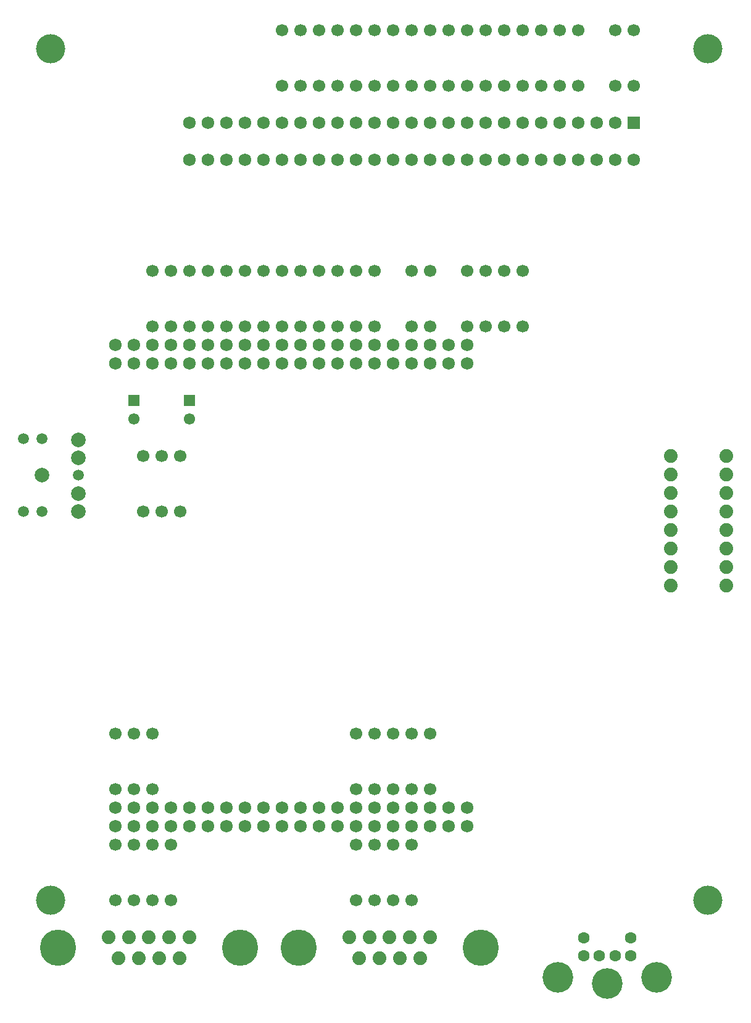
<source format=gbr>
G04 DipTrace 2.3.1.0*
%INTopMask.gbr*%
%MOIN*%
%ADD21C,0.063*%
%ADD22C,0.1575*%
%ADD27C,0.0787*%
%ADD28C,0.0591*%
%ADD41C,0.0669*%
%ADD43C,0.1953*%
%ADD45C,0.0744*%
%ADD47C,0.0744*%
%ADD49C,0.1654*%
%ADD52R,0.0679X0.0679*%
%ADD54C,0.0679*%
%ADD56C,0.061*%
%ADD58R,0.061X0.061*%
%FSLAX44Y44*%
G04*
G70*
G90*
G75*
G01*
%LNTopMask*%
%LPD*%
D58*
X10437Y36937D3*
D56*
Y35953D3*
D58*
X13437Y36937D3*
D56*
Y35953D3*
D22*
X5937Y55937D3*
X41437D3*
Y9937D3*
X5937D3*
D54*
X16437Y51937D3*
Y49937D3*
X17437D3*
Y51937D3*
X20437D3*
Y49937D3*
X21437Y51937D3*
Y49937D3*
X22437D3*
Y51937D3*
X37437Y49937D3*
X36437D3*
X35437D3*
X34437D3*
X33437D3*
X32437D3*
X31437D3*
X30437D3*
X29437D3*
X28437D3*
X27437D3*
X26437D3*
X25437D3*
X24437D3*
X23437D3*
X28437Y51937D3*
X29437D3*
X30437D3*
X31437D3*
X32437D3*
X33437D3*
X34437D3*
X35437D3*
X36437D3*
D52*
X37437D3*
D54*
X27437D3*
X26437D3*
X25437D3*
X24437D3*
X23437D3*
X19437D3*
Y49937D3*
X18437D3*
Y51937D3*
X15437D3*
Y49937D3*
X14437Y51937D3*
Y49937D3*
X13437Y51937D3*
Y49937D3*
D21*
X36437Y6937D3*
X35578D3*
X37287D3*
X34728D3*
X37287Y7921D3*
X34728D3*
D49*
X38667Y5781D3*
X36007Y5461D3*
X33348Y5781D3*
D47*
X13437Y7937D3*
D45*
X12346D3*
X11256D3*
X10165D3*
X9075D3*
X12892Y6819D3*
X11801D3*
X10711D3*
X9620D3*
D43*
X16175Y7378D3*
X6337D3*
D47*
X26437Y7937D3*
D45*
X25346D3*
X24256D3*
X23165D3*
X22075D3*
X25892Y6819D3*
X24801D3*
X23711D3*
X22620D3*
D43*
X29175Y7378D3*
X19337D3*
D41*
X18437Y53937D3*
Y56937D3*
X11437Y40937D3*
Y43937D3*
X30437Y40937D3*
Y43937D3*
X31437Y40937D3*
Y43937D3*
X12437Y40937D3*
Y43937D3*
X13437Y40937D3*
Y43937D3*
X14437Y40937D3*
Y43937D3*
X15437Y40937D3*
Y43937D3*
X16437Y40937D3*
Y43937D3*
X17437Y40937D3*
Y43937D3*
X18437Y40937D3*
Y43937D3*
X19437Y40937D3*
Y43937D3*
X20437Y40937D3*
Y43937D3*
X21437Y40937D3*
Y43937D3*
X22437Y40937D3*
Y43937D3*
X12937Y33937D3*
Y30937D3*
X36437Y53937D3*
Y56937D3*
X23437Y40937D3*
Y43937D3*
X25437Y40937D3*
Y43937D3*
X26437Y40937D3*
Y43937D3*
X28437Y40937D3*
Y43937D3*
X19437Y53937D3*
Y56937D3*
X20437Y53937D3*
Y56937D3*
X21437Y53937D3*
Y56937D3*
X22437Y53937D3*
Y56937D3*
X23437Y53937D3*
Y56937D3*
X24437Y53937D3*
Y56937D3*
X25437Y53937D3*
Y56937D3*
X26437Y53937D3*
Y56937D3*
X27437Y53937D3*
Y56937D3*
X28437Y53937D3*
Y56937D3*
X29437Y53937D3*
Y56937D3*
X30437Y53937D3*
Y56937D3*
X31437Y53937D3*
Y56937D3*
X32437Y53937D3*
Y56937D3*
X33437Y53937D3*
Y56937D3*
X34437Y53937D3*
Y56937D3*
X10937Y33937D3*
Y30937D3*
X37437Y53937D3*
Y56937D3*
X29437Y40937D3*
Y43937D3*
X9437Y9937D3*
Y12937D3*
Y15937D3*
Y18937D3*
X10437Y9937D3*
Y12937D3*
X11437Y9937D3*
Y12937D3*
X12437Y9937D3*
Y12937D3*
X10437Y15937D3*
Y18937D3*
X11437Y15937D3*
Y18937D3*
X26437Y15937D3*
Y18937D3*
X25437Y15937D3*
Y18937D3*
X11937Y33937D3*
Y30937D3*
X22437Y9937D3*
Y12937D3*
X23437Y9937D3*
Y12937D3*
X24437Y9937D3*
Y12937D3*
X25437Y9937D3*
Y12937D3*
X22437Y15937D3*
Y18937D3*
X23437Y15937D3*
Y18937D3*
X24437Y15937D3*
Y18937D3*
D54*
X9437Y39937D3*
X10437D3*
X11437D3*
X12437D3*
X13437D3*
X14437D3*
X15437D3*
X16437D3*
X17437D3*
X18437D3*
X19437D3*
X20437D3*
X21437D3*
X22437D3*
X23437D3*
X24437D3*
X25437D3*
X26437D3*
X27437D3*
X28437D3*
Y38937D3*
X27437D3*
X26437D3*
X25437D3*
X24437D3*
X23437D3*
X22437D3*
X21437D3*
X20437D3*
X19437D3*
X18437D3*
X17437D3*
X16437D3*
X15437D3*
X14437D3*
X13437D3*
X12437D3*
X11437D3*
X10437D3*
X9437D3*
Y14937D3*
X10437D3*
X11437D3*
X12437D3*
X13437D3*
X14437D3*
X15437D3*
X16437D3*
X17437D3*
X18437D3*
X19437D3*
X20437D3*
X21437D3*
X22437D3*
X23437D3*
X24437D3*
X25437D3*
X26437D3*
X27437D3*
X28437D3*
Y13937D3*
X27437D3*
X26437D3*
X25437D3*
X24437D3*
X23437D3*
X22437D3*
X21437D3*
X20437D3*
X19437D3*
X18437D3*
X17437D3*
X16437D3*
X15437D3*
X14437D3*
X13437D3*
X12437D3*
X11437D3*
X10437D3*
X9437D3*
D27*
X7437Y30937D3*
Y31906D3*
X5469Y32906D3*
X7437Y33843D3*
Y34811D3*
D28*
X5469Y30937D3*
X7437Y32906D3*
X5469Y34874D3*
X4469D3*
Y30937D3*
D47*
X42437Y26937D3*
Y27937D3*
Y28937D3*
Y29937D3*
Y30937D3*
Y31937D3*
Y32937D3*
Y33937D3*
X39437Y32937D3*
Y31937D3*
Y30937D3*
Y29937D3*
Y28937D3*
Y27937D3*
Y26937D3*
Y33937D3*
M02*

</source>
